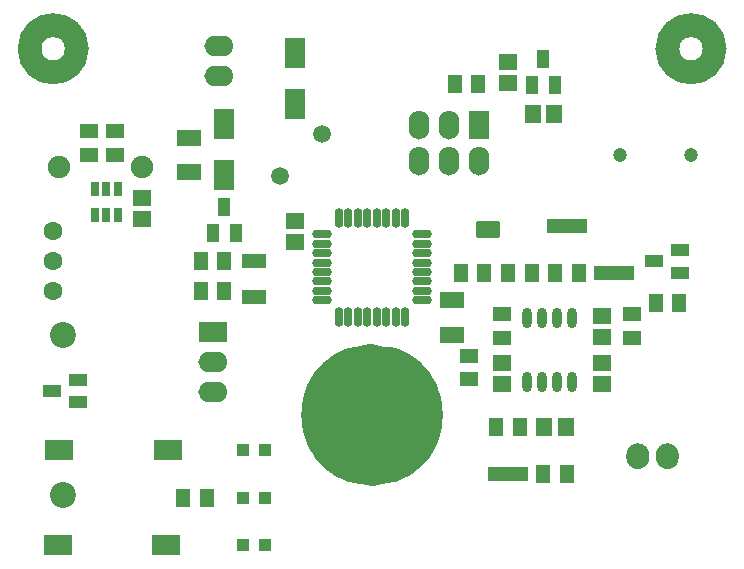
<source format=gbr>
G04 #@! TF.GenerationSoftware,KiCad,Pcbnew,(2017-08-18 revision 6be2f2934)-master*
G04 #@! TF.CreationDate,2017-08-19T20:32:53-06:00*
G04 #@! TF.ProjectId,tone,746F6E652E6B696361645F7063620000,rev?*
G04 #@! TF.SameCoordinates,Original*
G04 #@! TF.FileFunction,Soldermask,Top*
G04 #@! TF.FilePolarity,Negative*
%FSLAX46Y46*%
G04 Gerber Fmt 4.6, Leading zero omitted, Abs format (unit mm)*
G04 Created by KiCad (PCBNEW (2017-08-18 revision 6be2f2934)-master) date Sat Aug 19 20:32:53 2017*
%MOMM*%
%LPD*%
G01*
G04 APERTURE LIST*
%ADD10C,2.000000*%
%ADD11C,5.000000*%
%ADD12C,0.150000*%
%ADD13C,0.800000*%
%ADD14C,0.100000*%
%ADD15R,0.800000X1.300000*%
%ADD16R,2.486000X1.724000*%
%ADD17O,2.486000X1.724000*%
%ADD18R,1.650000X1.350000*%
%ADD19R,1.350000X1.650000*%
%ADD20R,1.100000X1.500000*%
%ADD21R,1.000000X1.500000*%
%ADD22R,1.500000X1.100000*%
%ADD23R,1.500000X1.000000*%
%ADD24O,1.700000X0.750000*%
%ADD25O,0.750000X1.700000*%
%ADD26C,1.600000*%
%ADD27C,2.200000*%
%ADD28C,3.760000*%
%ADD29R,1.650000X1.150000*%
%ADD30R,1.150000X1.650000*%
%ADD31R,2.000000X1.400000*%
%ADD32R,1.724000X2.486000*%
%ADD33O,1.724000X2.486000*%
%ADD34R,1.099160X1.000100*%
%ADD35R,2.390000X1.800000*%
%ADD36R,1.700000X1.150000*%
%ADD37C,1.200000*%
%ADD38C,1.900000*%
%ADD39R,1.700000X2.500000*%
%ADD40R,2.000000X1.250000*%
%ADD41O,0.800000X1.750000*%
%ADD42C,1.500000*%
%ADD43C,0.254000*%
G04 APERTURE END LIST*
D10*
X59000000Y-3000000D02*
G75*
G03X59000000Y-3000000I-2000000J0D01*
G01*
X5000000Y-3000000D02*
G75*
G03X5000000Y-3000000I-2000000J0D01*
G01*
D11*
X33500000Y-34000000D02*
G75*
G03X33500000Y-34000000I-3500000J0D01*
G01*
D12*
X51611000Y-37627000D02*
G75*
G03X52500000Y-38516000I889000J0D01*
G01*
X52500000Y-38516000D02*
G75*
G03X53389000Y-37627000I0J889000D01*
G01*
X51611000Y-37627000D02*
X53389000Y-37627000D01*
X51674500Y-37754000D02*
X53325500Y-37754000D01*
X53325500Y-37881000D02*
X51674500Y-37881000D01*
X51738000Y-38008000D02*
X53262000Y-38008000D01*
X53198500Y-38135000D02*
X51801500Y-38135000D01*
X52119000Y-38389000D02*
X52881000Y-38389000D01*
X52500000Y-36484000D02*
G75*
G03X51611000Y-37373000I0J-889000D01*
G01*
X53389000Y-37373000D02*
G75*
G03X52500000Y-36484000I-889000J0D01*
G01*
X51611000Y-37373000D02*
X53389000Y-37373000D01*
X53325500Y-37246000D02*
X51674500Y-37246000D01*
X51674500Y-37119000D02*
X53325500Y-37119000D01*
X53262000Y-36992000D02*
X51738000Y-36992000D01*
X51801500Y-36865000D02*
X53198500Y-36865000D01*
X52817500Y-36611000D02*
X52119000Y-36611000D01*
X53389000Y-37500000D02*
X51611000Y-37500000D01*
X51611000Y-37627000D02*
X51611000Y-37373000D01*
X53389000Y-37627000D02*
X53389000Y-37373000D01*
X55889000Y-37627000D02*
X55889000Y-37373000D01*
X54111000Y-37627000D02*
X54111000Y-37373000D01*
X55889000Y-37500000D02*
X54111000Y-37500000D01*
X55317500Y-36611000D02*
X54619000Y-36611000D01*
X54301500Y-36865000D02*
X55698500Y-36865000D01*
X55762000Y-36992000D02*
X54238000Y-36992000D01*
X54174500Y-37119000D02*
X55825500Y-37119000D01*
X55825500Y-37246000D02*
X54174500Y-37246000D01*
X54111000Y-37373000D02*
X55889000Y-37373000D01*
X55889000Y-37373000D02*
G75*
G03X55000000Y-36484000I-889000J0D01*
G01*
X55000000Y-36484000D02*
G75*
G03X54111000Y-37373000I0J-889000D01*
G01*
X54619000Y-38389000D02*
X55381000Y-38389000D01*
X55698500Y-38135000D02*
X54301500Y-38135000D01*
X54238000Y-38008000D02*
X55762000Y-38008000D01*
X55825500Y-37881000D02*
X54174500Y-37881000D01*
X54174500Y-37754000D02*
X55825500Y-37754000D01*
X54111000Y-37627000D02*
X55889000Y-37627000D01*
X55000000Y-38516000D02*
G75*
G03X55889000Y-37627000I0J889000D01*
G01*
X54111000Y-37627000D02*
G75*
G03X55000000Y-38516000I889000J0D01*
G01*
D13*
X52500000Y-37000000D03*
D14*
G36*
X53168046Y-37400000D02*
X51831954Y-37400000D01*
X51965288Y-36600000D01*
X53034712Y-36600000D01*
X53168046Y-37400000D01*
X53168046Y-37400000D01*
G37*
D13*
X52500000Y-38000000D03*
D14*
G36*
X51831954Y-37600000D02*
X53168046Y-37600000D01*
X53034712Y-38400000D01*
X51965288Y-38400000D01*
X51831954Y-37600000D01*
X51831954Y-37600000D01*
G37*
D13*
X55000000Y-38000000D03*
D14*
G36*
X54331954Y-37600000D02*
X55668046Y-37600000D01*
X55534712Y-38400000D01*
X54465288Y-38400000D01*
X54331954Y-37600000D01*
X54331954Y-37600000D01*
G37*
D13*
X55000000Y-37000000D03*
D14*
G36*
X55668046Y-37400000D02*
X54331954Y-37400000D01*
X54465288Y-36600000D01*
X55534712Y-36600000D01*
X55668046Y-37400000D01*
X55668046Y-37400000D01*
G37*
D15*
X7500000Y-14900000D03*
X6550000Y-14900000D03*
X8450000Y-14900000D03*
X7500000Y-17100000D03*
X8450000Y-17100000D03*
X6550000Y-17100000D03*
D16*
X16500000Y-26960000D03*
D17*
X16500000Y-29500000D03*
X16500000Y-32040000D03*
D18*
X41500000Y-4100000D03*
X41500000Y-5900000D03*
D19*
X43600000Y-8500000D03*
X45400000Y-8500000D03*
D20*
X43550000Y-6100000D03*
X45450000Y-6100000D03*
D21*
X44500000Y-3900000D03*
D22*
X5100000Y-32950000D03*
X5100000Y-31050000D03*
D23*
X2900000Y-32000000D03*
D24*
X34200000Y-24300000D03*
X34200000Y-23500000D03*
X34200000Y-22700000D03*
X34200000Y-21900000D03*
X34200000Y-21100000D03*
X34200000Y-20300000D03*
X34200000Y-19500000D03*
X34200000Y-18700000D03*
D25*
X32800000Y-17300000D03*
X32000000Y-17300000D03*
X31200000Y-17300000D03*
X30400000Y-17300000D03*
X29600000Y-17300000D03*
X28800000Y-17300000D03*
X28000000Y-17300000D03*
X27200000Y-17300000D03*
D24*
X25800000Y-18700000D03*
X25800000Y-19500000D03*
X25800000Y-20300000D03*
X25800000Y-21100000D03*
X25800000Y-21900000D03*
X25800000Y-22700000D03*
X25800000Y-23500000D03*
X25800000Y-24300000D03*
D25*
X27200000Y-25700000D03*
X28000000Y-25700000D03*
X28800000Y-25700000D03*
X29600000Y-25700000D03*
X30400000Y-25700000D03*
X31200000Y-25700000D03*
X32000000Y-25700000D03*
X32800000Y-25700000D03*
D26*
X3000000Y-23540000D03*
X3000000Y-21000000D03*
X3000000Y-18460000D03*
D17*
X17000000Y-5270000D03*
X17000000Y-2730000D03*
D27*
X3840000Y-27205000D03*
X3840000Y-40795000D03*
D28*
X30000000Y-34000000D03*
D29*
X38250000Y-31000000D03*
X38250000Y-29000000D03*
D30*
X17500000Y-23500000D03*
X15500000Y-23500000D03*
X15500000Y-21000000D03*
X17500000Y-21000000D03*
D31*
X36750000Y-27200000D03*
X36750000Y-24300000D03*
D30*
X37000000Y-6000000D03*
X39000000Y-6000000D03*
D32*
X39040000Y-9476000D03*
D33*
X36500000Y-9476000D03*
X33960000Y-9476000D03*
X39040000Y-12524000D03*
X36500000Y-12524000D03*
X33960000Y-12524000D03*
D30*
X14000000Y-41000000D03*
X16000000Y-41000000D03*
D34*
X19100840Y-41000000D03*
X20899160Y-41000000D03*
X20899160Y-37000000D03*
X19100840Y-37000000D03*
X19100840Y-45000000D03*
X20899160Y-45000000D03*
D35*
X12595000Y-45000000D03*
X3405000Y-45000000D03*
X3520001Y-37000000D03*
X12710001Y-37000000D03*
D36*
X49650000Y-22000000D03*
X51350000Y-22000000D03*
X47350000Y-18000000D03*
X45650000Y-18000000D03*
X40650000Y-39000000D03*
X42350000Y-39000000D03*
D30*
X43500000Y-22000000D03*
X41500000Y-22000000D03*
D31*
X14500000Y-13450000D03*
X14500000Y-10550000D03*
D37*
X57000000Y-12000000D03*
X51000000Y-12000000D03*
D38*
X10500000Y-13000000D03*
X3500000Y-13000000D03*
D18*
X10500000Y-15600000D03*
X10500000Y-17400000D03*
D29*
X8250000Y-12000000D03*
X8250000Y-10000000D03*
X6000000Y-10000000D03*
X6000000Y-12000000D03*
D18*
X49500000Y-31400000D03*
X49500000Y-29600000D03*
X23500000Y-17600000D03*
X23500000Y-19400000D03*
D19*
X44600000Y-35000000D03*
X46400000Y-35000000D03*
D18*
X41000000Y-31400000D03*
X41000000Y-29600000D03*
X49500000Y-25600000D03*
X49500000Y-27400000D03*
D39*
X17500000Y-9350000D03*
X17500000Y-13650000D03*
X23500000Y-3350000D03*
X23500000Y-7650000D03*
D30*
X46500000Y-39000000D03*
X44500000Y-39000000D03*
X40500000Y-35000000D03*
X42500000Y-35000000D03*
D29*
X41000000Y-27500000D03*
X41000000Y-25500000D03*
D30*
X56000000Y-24500000D03*
X54000000Y-24500000D03*
X39500000Y-22000000D03*
X37500000Y-22000000D03*
X47500000Y-22000000D03*
X45500000Y-22000000D03*
D29*
X52000000Y-27500000D03*
X52000000Y-25500000D03*
D40*
X20000000Y-21000000D03*
X20000000Y-24000000D03*
D41*
X46905000Y-25800000D03*
X45635000Y-25800000D03*
X44365000Y-25800000D03*
X43095000Y-25800000D03*
X43095000Y-31200000D03*
X44365000Y-31200000D03*
X45635000Y-31200000D03*
X46905000Y-31200000D03*
D42*
X25767767Y-10232233D03*
X22232233Y-13767767D03*
D22*
X56100000Y-21950000D03*
X56100000Y-20050000D03*
D23*
X53900000Y-21000000D03*
D20*
X16550000Y-18600000D03*
X18450000Y-18600000D03*
D21*
X17500000Y-16400000D03*
D43*
G36*
X40623000Y-18873000D02*
X38877000Y-18873000D01*
X38877000Y-17627000D01*
X40623000Y-17627000D01*
X40623000Y-18873000D01*
X40623000Y-18873000D01*
G37*
X40623000Y-18873000D02*
X38877000Y-18873000D01*
X38877000Y-17627000D01*
X40623000Y-17627000D01*
X40623000Y-18873000D01*
M02*

</source>
